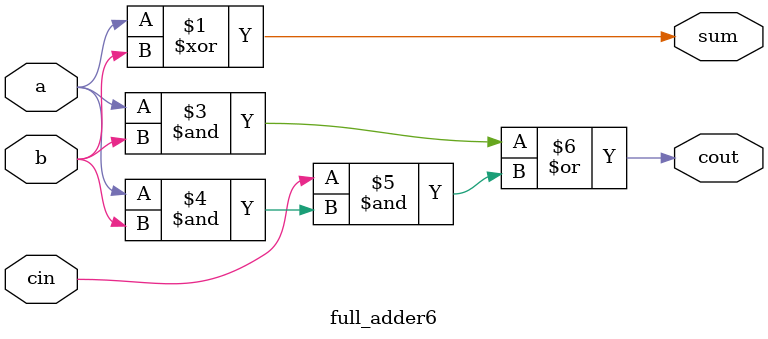
<source format=v>
module full_adder6(a,b,cin,sum,cout);
input a,b,cin;
output sum,cout;
assign sum = a^b^1'b0;
assign cout = a&b|cin&(a&b); 
// initial begin
//     $display("The incorrect adder with xor1 having in2/0");
// end   
endmodule
</source>
